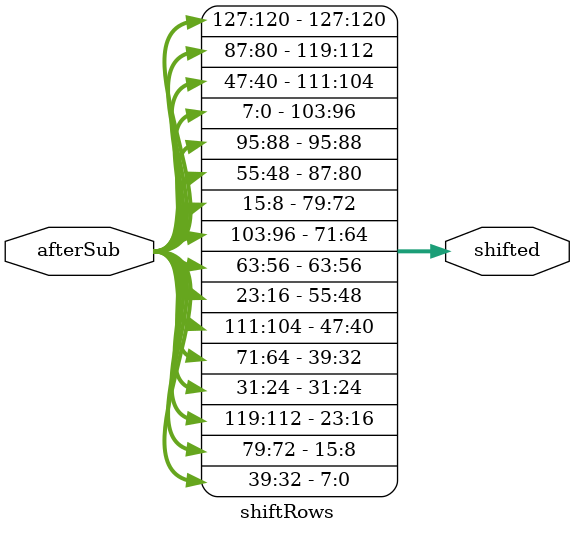
<source format=sv>
`timescale 1ns / 100ps

module shiftRows
(
	input logic [127:0] afterSub,
	output logic [127:0] shifted
);

assign shifted[127:96] = {afterSub[127:120], afterSub[87:80], afterSub[47:40], afterSub[7:0]};
assign shifted[95:64] = {afterSub[95:88], afterSub[55:48], afterSub[15:8], afterSub[103:96]};
assign shifted[63:32] = {afterSub[63:56], afterSub[23:16], afterSub[111:104], afterSub[71:64]};
assign shifted[31:0] = {afterSub[31:24], afterSub[119:112], afterSub[79:72], afterSub[39:32]};

endmodule

</source>
